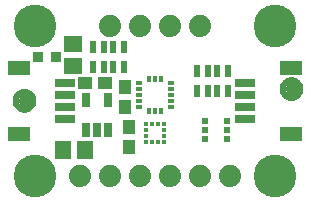
<source format=gbr>
G04 EAGLE Gerber RS-274X export*
G75*
%MOMM*%
%FSLAX34Y34*%
%LPD*%
%INSoldermask Top*%
%IPPOS*%
%AMOC8*
5,1,8,0,0,1.08239X$1,22.5*%
G01*
%ADD10R,1.341600X1.601600*%
%ADD11R,0.651600X1.301600*%
%ADD12R,1.601600X1.341600*%
%ADD13R,1.176600X1.101600*%
%ADD14R,0.551600X1.001600*%
%ADD15R,0.601600X0.601600*%
%ADD16R,0.601600X0.501600*%
%ADD17C,3.617600*%
%ADD18R,1.651600X0.701600*%
%ADD19R,1.901600X1.301600*%
%ADD20C,1.101600*%
%ADD21C,0.500000*%
%ADD22R,0.901600X0.901600*%
%ADD23R,1.101600X1.176600*%
%ADD24C,1.879600*%
%ADD25R,0.351600X0.376600*%
%ADD26R,0.376600X0.351600*%
%ADD27R,0.601600X0.351600*%
%ADD28R,0.351600X0.601600*%


D10*
X68047Y47244D03*
X49047Y47244D03*
D11*
X68478Y63834D03*
X77978Y63834D03*
X87478Y63834D03*
X87478Y89836D03*
X68478Y89836D03*
D12*
X57785Y118135D03*
X57785Y137135D03*
D13*
X67700Y104140D03*
X84700Y104140D03*
D14*
X188895Y96910D03*
X188895Y113910D03*
X179895Y96910D03*
X171895Y96910D03*
X162895Y96910D03*
X162895Y113910D03*
X179895Y113910D03*
X171895Y113910D03*
D15*
X187562Y56508D03*
D16*
X187562Y64008D03*
D15*
X187562Y71508D03*
X169562Y71508D03*
D16*
X169562Y64008D03*
D15*
X169562Y56508D03*
D17*
X25400Y152400D03*
X228600Y152400D03*
D18*
X203460Y83900D03*
X203460Y93900D03*
X203460Y73900D03*
X203460Y103900D03*
D19*
X242460Y60900D03*
X242460Y116900D03*
D18*
X50540Y93900D03*
X50540Y83900D03*
X50540Y103900D03*
X50540Y73900D03*
D19*
X11540Y116900D03*
X11540Y60900D03*
D20*
X16510Y88900D03*
D21*
X16510Y96400D02*
X16329Y96398D01*
X16148Y96391D01*
X15967Y96380D01*
X15786Y96365D01*
X15606Y96345D01*
X15426Y96321D01*
X15247Y96293D01*
X15069Y96260D01*
X14892Y96223D01*
X14715Y96182D01*
X14540Y96137D01*
X14365Y96087D01*
X14192Y96033D01*
X14021Y95975D01*
X13850Y95913D01*
X13682Y95846D01*
X13515Y95776D01*
X13349Y95702D01*
X13186Y95623D01*
X13025Y95541D01*
X12865Y95455D01*
X12708Y95365D01*
X12553Y95271D01*
X12400Y95174D01*
X12250Y95072D01*
X12102Y94968D01*
X11956Y94859D01*
X11814Y94748D01*
X11674Y94632D01*
X11537Y94514D01*
X11402Y94392D01*
X11271Y94267D01*
X11143Y94139D01*
X11018Y94008D01*
X10896Y93873D01*
X10778Y93736D01*
X10662Y93596D01*
X10551Y93454D01*
X10442Y93308D01*
X10338Y93160D01*
X10236Y93010D01*
X10139Y92857D01*
X10045Y92702D01*
X9955Y92545D01*
X9869Y92385D01*
X9787Y92224D01*
X9708Y92061D01*
X9634Y91895D01*
X9564Y91728D01*
X9497Y91560D01*
X9435Y91389D01*
X9377Y91218D01*
X9323Y91045D01*
X9273Y90870D01*
X9228Y90695D01*
X9187Y90518D01*
X9150Y90341D01*
X9117Y90163D01*
X9089Y89984D01*
X9065Y89804D01*
X9045Y89624D01*
X9030Y89443D01*
X9019Y89262D01*
X9012Y89081D01*
X9010Y88900D01*
X16510Y96400D02*
X16691Y96398D01*
X16872Y96391D01*
X17053Y96380D01*
X17234Y96365D01*
X17414Y96345D01*
X17594Y96321D01*
X17773Y96293D01*
X17951Y96260D01*
X18128Y96223D01*
X18305Y96182D01*
X18480Y96137D01*
X18655Y96087D01*
X18828Y96033D01*
X18999Y95975D01*
X19170Y95913D01*
X19338Y95846D01*
X19505Y95776D01*
X19671Y95702D01*
X19834Y95623D01*
X19995Y95541D01*
X20155Y95455D01*
X20312Y95365D01*
X20467Y95271D01*
X20620Y95174D01*
X20770Y95072D01*
X20918Y94968D01*
X21064Y94859D01*
X21206Y94748D01*
X21346Y94632D01*
X21483Y94514D01*
X21618Y94392D01*
X21749Y94267D01*
X21877Y94139D01*
X22002Y94008D01*
X22124Y93873D01*
X22242Y93736D01*
X22358Y93596D01*
X22469Y93454D01*
X22578Y93308D01*
X22682Y93160D01*
X22784Y93010D01*
X22881Y92857D01*
X22975Y92702D01*
X23065Y92545D01*
X23151Y92385D01*
X23233Y92224D01*
X23312Y92061D01*
X23386Y91895D01*
X23456Y91728D01*
X23523Y91560D01*
X23585Y91389D01*
X23643Y91218D01*
X23697Y91045D01*
X23747Y90870D01*
X23792Y90695D01*
X23833Y90518D01*
X23870Y90341D01*
X23903Y90163D01*
X23931Y89984D01*
X23955Y89804D01*
X23975Y89624D01*
X23990Y89443D01*
X24001Y89262D01*
X24008Y89081D01*
X24010Y88900D01*
X24008Y88719D01*
X24001Y88538D01*
X23990Y88357D01*
X23975Y88176D01*
X23955Y87996D01*
X23931Y87816D01*
X23903Y87637D01*
X23870Y87459D01*
X23833Y87282D01*
X23792Y87105D01*
X23747Y86930D01*
X23697Y86755D01*
X23643Y86582D01*
X23585Y86411D01*
X23523Y86240D01*
X23456Y86072D01*
X23386Y85905D01*
X23312Y85739D01*
X23233Y85576D01*
X23151Y85415D01*
X23065Y85255D01*
X22975Y85098D01*
X22881Y84943D01*
X22784Y84790D01*
X22682Y84640D01*
X22578Y84492D01*
X22469Y84346D01*
X22358Y84204D01*
X22242Y84064D01*
X22124Y83927D01*
X22002Y83792D01*
X21877Y83661D01*
X21749Y83533D01*
X21618Y83408D01*
X21483Y83286D01*
X21346Y83168D01*
X21206Y83052D01*
X21064Y82941D01*
X20918Y82832D01*
X20770Y82728D01*
X20620Y82626D01*
X20467Y82529D01*
X20312Y82435D01*
X20155Y82345D01*
X19995Y82259D01*
X19834Y82177D01*
X19671Y82098D01*
X19505Y82024D01*
X19338Y81954D01*
X19170Y81887D01*
X18999Y81825D01*
X18828Y81767D01*
X18655Y81713D01*
X18480Y81663D01*
X18305Y81618D01*
X18128Y81577D01*
X17951Y81540D01*
X17773Y81507D01*
X17594Y81479D01*
X17414Y81455D01*
X17234Y81435D01*
X17053Y81420D01*
X16872Y81409D01*
X16691Y81402D01*
X16510Y81400D01*
X16329Y81402D01*
X16148Y81409D01*
X15967Y81420D01*
X15786Y81435D01*
X15606Y81455D01*
X15426Y81479D01*
X15247Y81507D01*
X15069Y81540D01*
X14892Y81577D01*
X14715Y81618D01*
X14540Y81663D01*
X14365Y81713D01*
X14192Y81767D01*
X14021Y81825D01*
X13850Y81887D01*
X13682Y81954D01*
X13515Y82024D01*
X13349Y82098D01*
X13186Y82177D01*
X13025Y82259D01*
X12865Y82345D01*
X12708Y82435D01*
X12553Y82529D01*
X12400Y82626D01*
X12250Y82728D01*
X12102Y82832D01*
X11956Y82941D01*
X11814Y83052D01*
X11674Y83168D01*
X11537Y83286D01*
X11402Y83408D01*
X11271Y83533D01*
X11143Y83661D01*
X11018Y83792D01*
X10896Y83927D01*
X10778Y84064D01*
X10662Y84204D01*
X10551Y84346D01*
X10442Y84492D01*
X10338Y84640D01*
X10236Y84790D01*
X10139Y84943D01*
X10045Y85098D01*
X9955Y85255D01*
X9869Y85415D01*
X9787Y85576D01*
X9708Y85739D01*
X9634Y85905D01*
X9564Y86072D01*
X9497Y86240D01*
X9435Y86411D01*
X9377Y86582D01*
X9323Y86755D01*
X9273Y86930D01*
X9228Y87105D01*
X9187Y87282D01*
X9150Y87459D01*
X9117Y87637D01*
X9089Y87816D01*
X9065Y87996D01*
X9045Y88176D01*
X9030Y88357D01*
X9019Y88538D01*
X9012Y88719D01*
X9010Y88900D01*
D20*
X242570Y98806D03*
D21*
X242570Y106306D02*
X242389Y106304D01*
X242208Y106297D01*
X242027Y106286D01*
X241846Y106271D01*
X241666Y106251D01*
X241486Y106227D01*
X241307Y106199D01*
X241129Y106166D01*
X240952Y106129D01*
X240775Y106088D01*
X240600Y106043D01*
X240425Y105993D01*
X240252Y105939D01*
X240081Y105881D01*
X239910Y105819D01*
X239742Y105752D01*
X239575Y105682D01*
X239409Y105608D01*
X239246Y105529D01*
X239085Y105447D01*
X238925Y105361D01*
X238768Y105271D01*
X238613Y105177D01*
X238460Y105080D01*
X238310Y104978D01*
X238162Y104874D01*
X238016Y104765D01*
X237874Y104654D01*
X237734Y104538D01*
X237597Y104420D01*
X237462Y104298D01*
X237331Y104173D01*
X237203Y104045D01*
X237078Y103914D01*
X236956Y103779D01*
X236838Y103642D01*
X236722Y103502D01*
X236611Y103360D01*
X236502Y103214D01*
X236398Y103066D01*
X236296Y102916D01*
X236199Y102763D01*
X236105Y102608D01*
X236015Y102451D01*
X235929Y102291D01*
X235847Y102130D01*
X235768Y101967D01*
X235694Y101801D01*
X235624Y101634D01*
X235557Y101466D01*
X235495Y101295D01*
X235437Y101124D01*
X235383Y100951D01*
X235333Y100776D01*
X235288Y100601D01*
X235247Y100424D01*
X235210Y100247D01*
X235177Y100069D01*
X235149Y99890D01*
X235125Y99710D01*
X235105Y99530D01*
X235090Y99349D01*
X235079Y99168D01*
X235072Y98987D01*
X235070Y98806D01*
X242570Y106306D02*
X242751Y106304D01*
X242932Y106297D01*
X243113Y106286D01*
X243294Y106271D01*
X243474Y106251D01*
X243654Y106227D01*
X243833Y106199D01*
X244011Y106166D01*
X244188Y106129D01*
X244365Y106088D01*
X244540Y106043D01*
X244715Y105993D01*
X244888Y105939D01*
X245059Y105881D01*
X245230Y105819D01*
X245398Y105752D01*
X245565Y105682D01*
X245731Y105608D01*
X245894Y105529D01*
X246055Y105447D01*
X246215Y105361D01*
X246372Y105271D01*
X246527Y105177D01*
X246680Y105080D01*
X246830Y104978D01*
X246978Y104874D01*
X247124Y104765D01*
X247266Y104654D01*
X247406Y104538D01*
X247543Y104420D01*
X247678Y104298D01*
X247809Y104173D01*
X247937Y104045D01*
X248062Y103914D01*
X248184Y103779D01*
X248302Y103642D01*
X248418Y103502D01*
X248529Y103360D01*
X248638Y103214D01*
X248742Y103066D01*
X248844Y102916D01*
X248941Y102763D01*
X249035Y102608D01*
X249125Y102451D01*
X249211Y102291D01*
X249293Y102130D01*
X249372Y101967D01*
X249446Y101801D01*
X249516Y101634D01*
X249583Y101466D01*
X249645Y101295D01*
X249703Y101124D01*
X249757Y100951D01*
X249807Y100776D01*
X249852Y100601D01*
X249893Y100424D01*
X249930Y100247D01*
X249963Y100069D01*
X249991Y99890D01*
X250015Y99710D01*
X250035Y99530D01*
X250050Y99349D01*
X250061Y99168D01*
X250068Y98987D01*
X250070Y98806D01*
X250068Y98625D01*
X250061Y98444D01*
X250050Y98263D01*
X250035Y98082D01*
X250015Y97902D01*
X249991Y97722D01*
X249963Y97543D01*
X249930Y97365D01*
X249893Y97188D01*
X249852Y97011D01*
X249807Y96836D01*
X249757Y96661D01*
X249703Y96488D01*
X249645Y96317D01*
X249583Y96146D01*
X249516Y95978D01*
X249446Y95811D01*
X249372Y95645D01*
X249293Y95482D01*
X249211Y95321D01*
X249125Y95161D01*
X249035Y95004D01*
X248941Y94849D01*
X248844Y94696D01*
X248742Y94546D01*
X248638Y94398D01*
X248529Y94252D01*
X248418Y94110D01*
X248302Y93970D01*
X248184Y93833D01*
X248062Y93698D01*
X247937Y93567D01*
X247809Y93439D01*
X247678Y93314D01*
X247543Y93192D01*
X247406Y93074D01*
X247266Y92958D01*
X247124Y92847D01*
X246978Y92738D01*
X246830Y92634D01*
X246680Y92532D01*
X246527Y92435D01*
X246372Y92341D01*
X246215Y92251D01*
X246055Y92165D01*
X245894Y92083D01*
X245731Y92004D01*
X245565Y91930D01*
X245398Y91860D01*
X245230Y91793D01*
X245059Y91731D01*
X244888Y91673D01*
X244715Y91619D01*
X244540Y91569D01*
X244365Y91524D01*
X244188Y91483D01*
X244011Y91446D01*
X243833Y91413D01*
X243654Y91385D01*
X243474Y91361D01*
X243294Y91341D01*
X243113Y91326D01*
X242932Y91315D01*
X242751Y91308D01*
X242570Y91306D01*
X242389Y91308D01*
X242208Y91315D01*
X242027Y91326D01*
X241846Y91341D01*
X241666Y91361D01*
X241486Y91385D01*
X241307Y91413D01*
X241129Y91446D01*
X240952Y91483D01*
X240775Y91524D01*
X240600Y91569D01*
X240425Y91619D01*
X240252Y91673D01*
X240081Y91731D01*
X239910Y91793D01*
X239742Y91860D01*
X239575Y91930D01*
X239409Y92004D01*
X239246Y92083D01*
X239085Y92165D01*
X238925Y92251D01*
X238768Y92341D01*
X238613Y92435D01*
X238460Y92532D01*
X238310Y92634D01*
X238162Y92738D01*
X238016Y92847D01*
X237874Y92958D01*
X237734Y93074D01*
X237597Y93192D01*
X237462Y93314D01*
X237331Y93439D01*
X237203Y93567D01*
X237078Y93698D01*
X236956Y93833D01*
X236838Y93970D01*
X236722Y94110D01*
X236611Y94252D01*
X236502Y94398D01*
X236398Y94546D01*
X236296Y94696D01*
X236199Y94849D01*
X236105Y95004D01*
X236015Y95161D01*
X235929Y95321D01*
X235847Y95482D01*
X235768Y95645D01*
X235694Y95811D01*
X235624Y95978D01*
X235557Y96146D01*
X235495Y96317D01*
X235437Y96488D01*
X235383Y96661D01*
X235333Y96836D01*
X235288Y97011D01*
X235247Y97188D01*
X235210Y97365D01*
X235177Y97543D01*
X235149Y97722D01*
X235125Y97902D01*
X235105Y98082D01*
X235090Y98263D01*
X235079Y98444D01*
X235072Y98625D01*
X235070Y98806D01*
D17*
X25400Y25400D03*
X228600Y25400D03*
D22*
X28060Y125730D03*
X43060Y125730D03*
D23*
X101981Y83956D03*
X101981Y100956D03*
D24*
X63500Y25400D03*
X88900Y25400D03*
X114300Y25400D03*
X139700Y25400D03*
X165100Y25400D03*
X190500Y25400D03*
D25*
X134500Y69095D03*
X129500Y69095D03*
X124500Y69095D03*
X119500Y69095D03*
D26*
X119500Y64095D03*
X119500Y59095D03*
D25*
X119500Y54095D03*
X124500Y54095D03*
X129500Y54095D03*
X134500Y54095D03*
D26*
X134500Y59095D03*
X134500Y64095D03*
D24*
X88900Y152400D03*
X114300Y152400D03*
X139700Y152400D03*
X165100Y152400D03*
D23*
X104775Y66920D03*
X104775Y49920D03*
D27*
X140500Y83980D03*
X140500Y88980D03*
X140500Y93980D03*
X140500Y98980D03*
X140500Y103980D03*
D28*
X132000Y107480D03*
X127000Y107480D03*
X122000Y107480D03*
D27*
X113500Y103980D03*
X113500Y98980D03*
X113500Y93980D03*
X113500Y88980D03*
X113500Y83980D03*
D28*
X122000Y80480D03*
X127000Y80480D03*
X132000Y80480D03*
D14*
X74630Y134230D03*
X74630Y117230D03*
X83630Y134230D03*
X91630Y134230D03*
X100630Y134230D03*
X100630Y117230D03*
X83630Y117230D03*
X91630Y117230D03*
M02*

</source>
